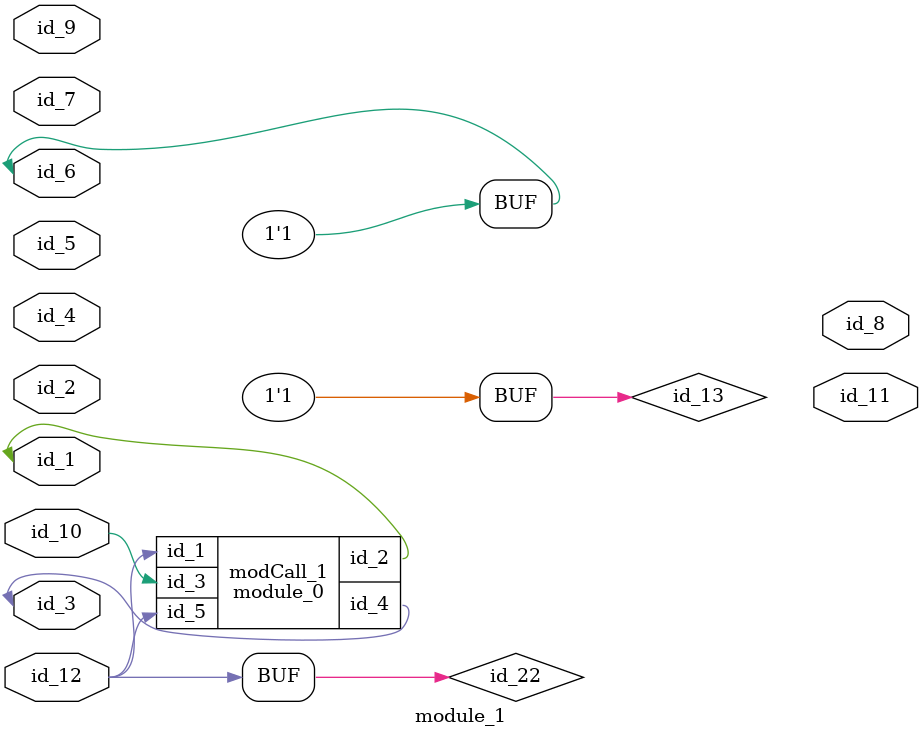
<source format=v>
module module_0 (
    id_1,
    id_2,
    id_3,
    id_4,
    id_5
);
  input wire id_5;
  output wire id_4;
  input wire id_3;
  inout wire id_2;
  input wire id_1;
  wire id_6;
endmodule
module module_1 (
    id_1,
    id_2,
    id_3,
    id_4,
    id_5,
    id_6,
    id_7,
    id_8,
    id_9,
    id_10,
    id_11,
    id_12
);
  input wire id_12;
  output wire id_11;
  inout wire id_10;
  input wire id_9;
  output wire id_8;
  input wire id_7;
  inout wire id_6;
  input wire id_5;
  inout wire id_4;
  inout wire id_3;
  input wire id_2;
  inout wire id_1;
  wire id_13 = 1;
  module_0 modCall_1 (
      id_12,
      id_1,
      id_10,
      id_3,
      id_12
  );
  wire id_14, id_15, id_16, id_17, id_18, id_19, id_20, id_21, id_22 = id_12, id_23, id_24;
  assign id_6 = 1;
endmodule

</source>
